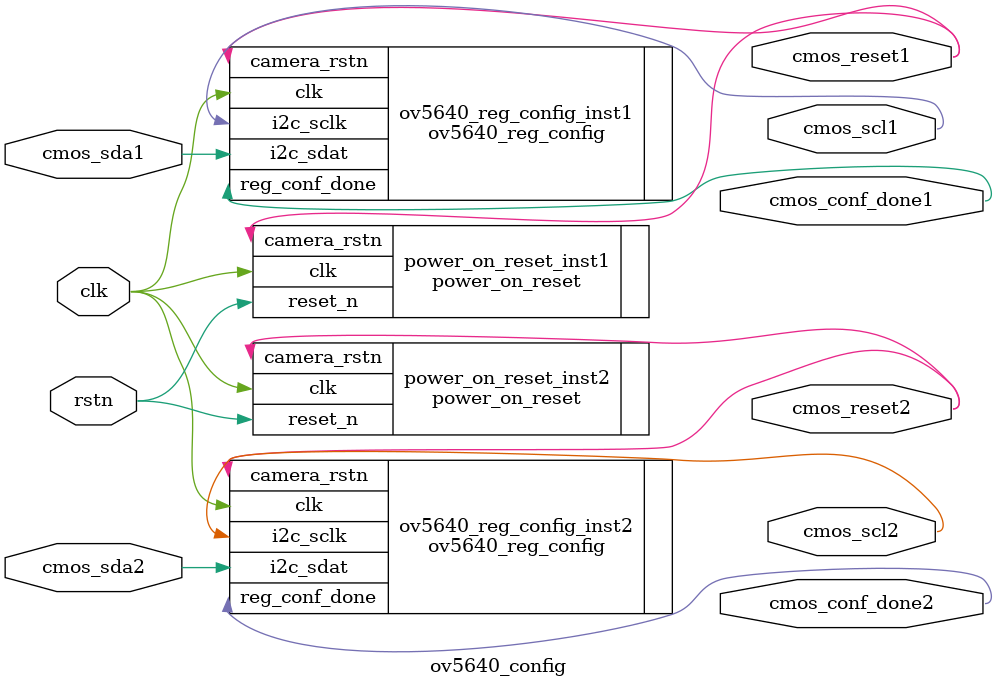
<source format=v>
module ov5640_config
(
   input   wire	        clk,//default 50mhz
   input   wire        rstn,	//reset n
   output  wire        cmos_scl1,         //cmos i2c clock
   inout   wire        cmos_sda1,         //cmos i2c data
   output  wire        cmos_reset1,       //cmos reset
   
   output  wire        cmos_scl2,         //cmos i2c clock
   inout   wire        cmos_sda2,         //cmos i2c data
   output  wire        cmos_reset2,       //cmos reset
   output wire cmos_conf_done1,
   output wire cmos_conf_done2
);

power_on_reset	power_on_reset_inst1(
	.clk(clk),
	.reset_n(rstn),	
	.camera_rstn(cmos_reset1)
);

power_on_reset	power_on_reset_inst2(
	.clk(clk),
	.reset_n(rstn),	
	.camera_rstn(cmos_reset2)
);

ov5640_reg_config	ov5640_reg_config_inst1(
	.clk(clk),
	.camera_rstn(cmos_reset1),	
	.i2c_sclk(cmos_scl1),
	.i2c_sdat(cmos_sda1),
	.reg_conf_done(cmos_conf_done1)
); 
ov5640_reg_config	ov5640_reg_config_inst2(
	.clk(clk),
	.camera_rstn(cmos_reset2),	
	.i2c_sclk(cmos_scl2),
	.i2c_sdat(cmos_sda2),
	.reg_conf_done(cmos_conf_done2)
); 


endmodule

</source>
